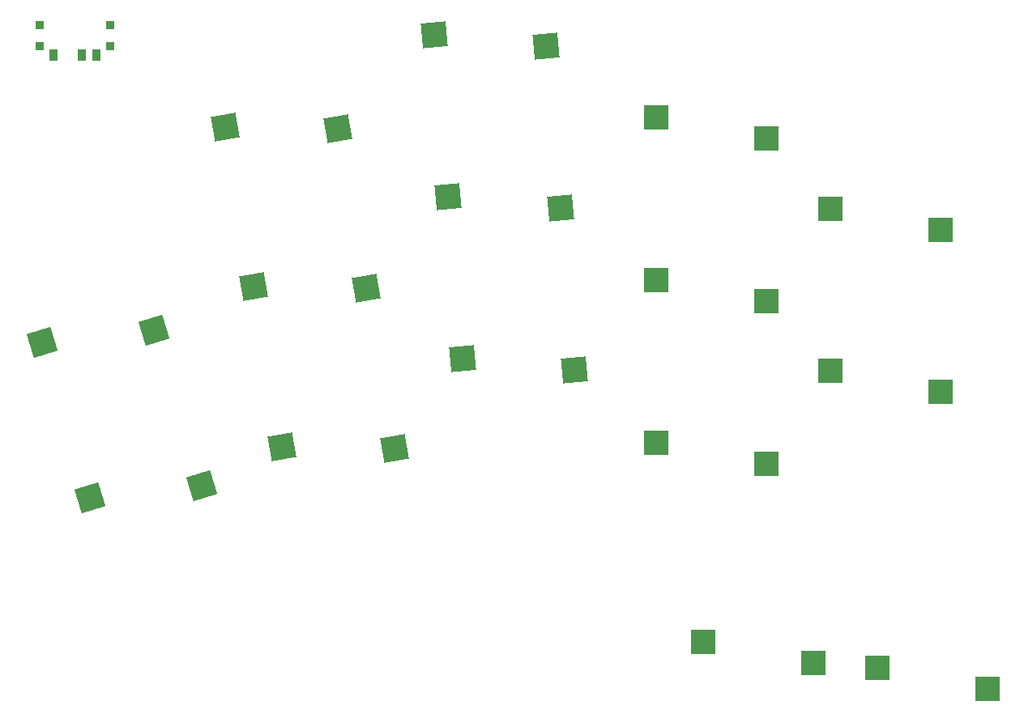
<source format=gbp>
%TF.GenerationSoftware,KiCad,Pcbnew,(6.0.4)*%
%TF.CreationDate,2022-07-21T23:48:57+02:00*%
%TF.ProjectId,wizza,77697a7a-612e-46b6-9963-61645f706362,v1.0.0*%
%TF.SameCoordinates,Original*%
%TF.FileFunction,Paste,Bot*%
%TF.FilePolarity,Positive*%
%FSLAX46Y46*%
G04 Gerber Fmt 4.6, Leading zero omitted, Abs format (unit mm)*
G04 Created by KiCad (PCBNEW (6.0.4)) date 2022-07-21 23:48:57*
%MOMM*%
%LPD*%
G01*
G04 APERTURE LIST*
G04 Aperture macros list*
%AMRotRect*
0 Rectangle, with rotation*
0 The origin of the aperture is its center*
0 $1 length*
0 $2 width*
0 $3 Rotation angle, in degrees counterclockwise*
0 Add horizontal line*
21,1,$1,$2,0,0,$3*%
G04 Aperture macros list end*
%ADD10RotRect,2.600000X2.600000X10.000000*%
%ADD11RotRect,2.600000X2.600000X5.000000*%
%ADD12R,2.600000X2.600000*%
%ADD13R,0.900000X0.900000*%
%ADD14R,0.900000X1.250000*%
%ADD15RotRect,2.600000X2.600000X17.000000*%
G04 APERTURE END LIST*
D10*
%TO.C,S11*%
X67128657Y110035975D03*
X78885214Y109875034D03*
%TD*%
D11*
%TO.C,S15*%
X90440528Y102756090D03*
X102138320Y101571110D03*
%TD*%
D12*
%TO.C,S21*%
X112149790Y94027254D03*
X123699791Y91827253D03*
%TD*%
D13*
%TO.C,T2*%
X55089406Y120708838D03*
X47689406Y120708838D03*
X55089406Y118508838D03*
X47689406Y118508838D03*
D14*
X49139406Y117533838D03*
X52139406Y117533838D03*
X53639406Y117533838D03*
%TD*%
D12*
%TO.C,S29*%
X130324494Y101494491D03*
X141874495Y99294490D03*
%TD*%
%TO.C,S33*%
X135236791Y53493254D03*
X146786792Y51293253D03*
%TD*%
D10*
%TO.C,S7*%
X73032695Y76552511D03*
X84789252Y76391570D03*
%TD*%
D15*
%TO.C,S5*%
X47970748Y87462459D03*
X59659287Y88735481D03*
%TD*%
D12*
%TO.C,S27*%
X130324494Y84494491D03*
X141874495Y82294490D03*
%TD*%
D10*
%TO.C,S9*%
X70080676Y93294243D03*
X81837233Y93133302D03*
%TD*%
D11*
%TO.C,S13*%
X91922176Y85820780D03*
X103619968Y84635800D03*
%TD*%
%TO.C,S17*%
X88958881Y119691400D03*
X100656673Y118506420D03*
%TD*%
D12*
%TO.C,S31*%
X117046151Y56176273D03*
X128596152Y53976272D03*
%TD*%
D15*
%TO.C,S3*%
X52941067Y71205278D03*
X64629606Y72478300D03*
%TD*%
D12*
%TO.C,S23*%
X112149790Y111027254D03*
X123699791Y108827253D03*
%TD*%
%TO.C,S19*%
X112149790Y77027254D03*
X123699791Y74827253D03*
%TD*%
M02*

</source>
